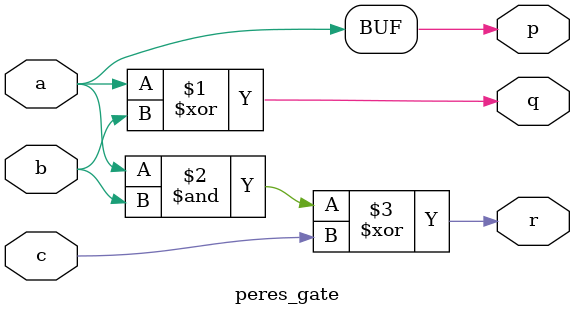
<source format=v>
`timescale 1ns / 1ps


module peres_gate(
    input a,b,c,
    output p,q,r
    );
    assign p = a;
    assign q = a^b;
    assign r = (a&b)^c;
endmodule

</source>
